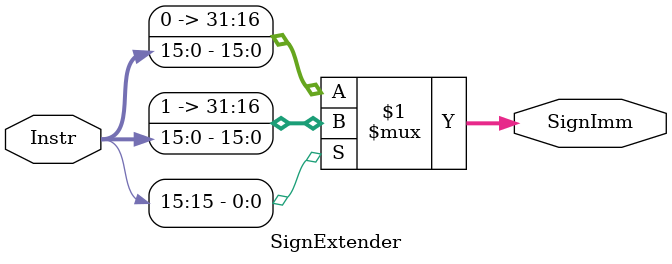
<source format=v>
`timescale 1ns / 1ps


module SignExtender(
    input [31:0] Instr,
    output [31:0] SignImm
    );
    
    assign SignImm =  Instr[15] ? {16'hFFFF, Instr[15:0]}: {4'b0000, Instr[15:0]}; 
     
endmodule

</source>
